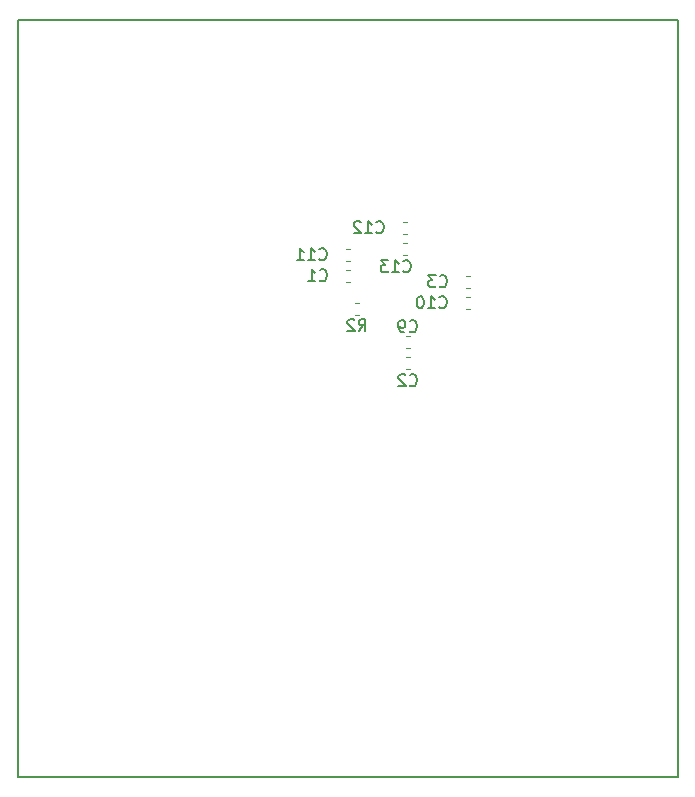
<source format=gbr>
%TF.GenerationSoftware,KiCad,Pcbnew,(5.0.2)-1*%
%TF.CreationDate,2019-02-18T18:23:53-07:00*%
%TF.ProjectId,ParkingSystem,5061726b-696e-4675-9379-7374656d2e6b,v01*%
%TF.SameCoordinates,Original*%
%TF.FileFunction,Legend,Bot*%
%TF.FilePolarity,Positive*%
%FSLAX46Y46*%
G04 Gerber Fmt 4.6, Leading zero omitted, Abs format (unit mm)*
G04 Created by KiCad (PCBNEW (5.0.2)-1) date 2019-02-18 6:23:53 PM*
%MOMM*%
%LPD*%
G01*
G04 APERTURE LIST*
%ADD10C,0.200000*%
%ADD11C,0.120000*%
%ADD12C,0.150000*%
G04 APERTURE END LIST*
D10*
X124460000Y-99060000D02*
X68580000Y-99060000D01*
X124460000Y-35000000D02*
X124460000Y-99060000D01*
X68580000Y-35000000D02*
X124460000Y-35000000D01*
X68580000Y-99060000D02*
X68580000Y-35000000D01*
D11*
X96691267Y-57152000D02*
X96348733Y-57152000D01*
X96691267Y-56132000D02*
X96348733Y-56132000D01*
X101771267Y-64518000D02*
X101428733Y-64518000D01*
X101771267Y-63498000D02*
X101428733Y-63498000D01*
X106851267Y-57660000D02*
X106508733Y-57660000D01*
X106851267Y-56640000D02*
X106508733Y-56640000D01*
X101771267Y-62740000D02*
X101428733Y-62740000D01*
X101771267Y-61720000D02*
X101428733Y-61720000D01*
X106851267Y-59438000D02*
X106508733Y-59438000D01*
X106851267Y-58418000D02*
X106508733Y-58418000D01*
X96691267Y-55374000D02*
X96348733Y-55374000D01*
X96691267Y-54354000D02*
X96348733Y-54354000D01*
X101517267Y-53088000D02*
X101174733Y-53088000D01*
X101517267Y-52068000D02*
X101174733Y-52068000D01*
X101517267Y-54866000D02*
X101174733Y-54866000D01*
X101517267Y-53846000D02*
X101174733Y-53846000D01*
X97110733Y-58926000D02*
X97453267Y-58926000D01*
X97110733Y-59946000D02*
X97453267Y-59946000D01*
D12*
X94146666Y-56999142D02*
X94194285Y-57046761D01*
X94337142Y-57094380D01*
X94432380Y-57094380D01*
X94575238Y-57046761D01*
X94670476Y-56951523D01*
X94718095Y-56856285D01*
X94765714Y-56665809D01*
X94765714Y-56522952D01*
X94718095Y-56332476D01*
X94670476Y-56237238D01*
X94575238Y-56142000D01*
X94432380Y-56094380D01*
X94337142Y-56094380D01*
X94194285Y-56142000D01*
X94146666Y-56189619D01*
X93194285Y-57094380D02*
X93765714Y-57094380D01*
X93480000Y-57094380D02*
X93480000Y-56094380D01*
X93575238Y-56237238D01*
X93670476Y-56332476D01*
X93765714Y-56380095D01*
X101766666Y-65889142D02*
X101814285Y-65936761D01*
X101957142Y-65984380D01*
X102052380Y-65984380D01*
X102195238Y-65936761D01*
X102290476Y-65841523D01*
X102338095Y-65746285D01*
X102385714Y-65555809D01*
X102385714Y-65412952D01*
X102338095Y-65222476D01*
X102290476Y-65127238D01*
X102195238Y-65032000D01*
X102052380Y-64984380D01*
X101957142Y-64984380D01*
X101814285Y-65032000D01*
X101766666Y-65079619D01*
X101385714Y-65079619D02*
X101338095Y-65032000D01*
X101242857Y-64984380D01*
X101004761Y-64984380D01*
X100909523Y-65032000D01*
X100861904Y-65079619D01*
X100814285Y-65174857D01*
X100814285Y-65270095D01*
X100861904Y-65412952D01*
X101433333Y-65984380D01*
X100814285Y-65984380D01*
X104306666Y-57507142D02*
X104354285Y-57554761D01*
X104497142Y-57602380D01*
X104592380Y-57602380D01*
X104735238Y-57554761D01*
X104830476Y-57459523D01*
X104878095Y-57364285D01*
X104925714Y-57173809D01*
X104925714Y-57030952D01*
X104878095Y-56840476D01*
X104830476Y-56745238D01*
X104735238Y-56650000D01*
X104592380Y-56602380D01*
X104497142Y-56602380D01*
X104354285Y-56650000D01*
X104306666Y-56697619D01*
X103973333Y-56602380D02*
X103354285Y-56602380D01*
X103687619Y-56983333D01*
X103544761Y-56983333D01*
X103449523Y-57030952D01*
X103401904Y-57078571D01*
X103354285Y-57173809D01*
X103354285Y-57411904D01*
X103401904Y-57507142D01*
X103449523Y-57554761D01*
X103544761Y-57602380D01*
X103830476Y-57602380D01*
X103925714Y-57554761D01*
X103973333Y-57507142D01*
X101766666Y-61317142D02*
X101814285Y-61364761D01*
X101957142Y-61412380D01*
X102052380Y-61412380D01*
X102195238Y-61364761D01*
X102290476Y-61269523D01*
X102338095Y-61174285D01*
X102385714Y-60983809D01*
X102385714Y-60840952D01*
X102338095Y-60650476D01*
X102290476Y-60555238D01*
X102195238Y-60460000D01*
X102052380Y-60412380D01*
X101957142Y-60412380D01*
X101814285Y-60460000D01*
X101766666Y-60507619D01*
X101290476Y-61412380D02*
X101100000Y-61412380D01*
X101004761Y-61364761D01*
X100957142Y-61317142D01*
X100861904Y-61174285D01*
X100814285Y-60983809D01*
X100814285Y-60602857D01*
X100861904Y-60507619D01*
X100909523Y-60460000D01*
X101004761Y-60412380D01*
X101195238Y-60412380D01*
X101290476Y-60460000D01*
X101338095Y-60507619D01*
X101385714Y-60602857D01*
X101385714Y-60840952D01*
X101338095Y-60936190D01*
X101290476Y-60983809D01*
X101195238Y-61031428D01*
X101004761Y-61031428D01*
X100909523Y-60983809D01*
X100861904Y-60936190D01*
X100814285Y-60840952D01*
X104274857Y-59285142D02*
X104322476Y-59332761D01*
X104465333Y-59380380D01*
X104560571Y-59380380D01*
X104703428Y-59332761D01*
X104798666Y-59237523D01*
X104846285Y-59142285D01*
X104893904Y-58951809D01*
X104893904Y-58808952D01*
X104846285Y-58618476D01*
X104798666Y-58523238D01*
X104703428Y-58428000D01*
X104560571Y-58380380D01*
X104465333Y-58380380D01*
X104322476Y-58428000D01*
X104274857Y-58475619D01*
X103322476Y-59380380D02*
X103893904Y-59380380D01*
X103608190Y-59380380D02*
X103608190Y-58380380D01*
X103703428Y-58523238D01*
X103798666Y-58618476D01*
X103893904Y-58666095D01*
X102703428Y-58380380D02*
X102608190Y-58380380D01*
X102512952Y-58428000D01*
X102465333Y-58475619D01*
X102417714Y-58570857D01*
X102370095Y-58761333D01*
X102370095Y-58999428D01*
X102417714Y-59189904D01*
X102465333Y-59285142D01*
X102512952Y-59332761D01*
X102608190Y-59380380D01*
X102703428Y-59380380D01*
X102798666Y-59332761D01*
X102846285Y-59285142D01*
X102893904Y-59189904D01*
X102941523Y-58999428D01*
X102941523Y-58761333D01*
X102893904Y-58570857D01*
X102846285Y-58475619D01*
X102798666Y-58428000D01*
X102703428Y-58380380D01*
X94114857Y-55221142D02*
X94162476Y-55268761D01*
X94305333Y-55316380D01*
X94400571Y-55316380D01*
X94543428Y-55268761D01*
X94638666Y-55173523D01*
X94686285Y-55078285D01*
X94733904Y-54887809D01*
X94733904Y-54744952D01*
X94686285Y-54554476D01*
X94638666Y-54459238D01*
X94543428Y-54364000D01*
X94400571Y-54316380D01*
X94305333Y-54316380D01*
X94162476Y-54364000D01*
X94114857Y-54411619D01*
X93162476Y-55316380D02*
X93733904Y-55316380D01*
X93448190Y-55316380D02*
X93448190Y-54316380D01*
X93543428Y-54459238D01*
X93638666Y-54554476D01*
X93733904Y-54602095D01*
X92210095Y-55316380D02*
X92781523Y-55316380D01*
X92495809Y-55316380D02*
X92495809Y-54316380D01*
X92591047Y-54459238D01*
X92686285Y-54554476D01*
X92781523Y-54602095D01*
X98940857Y-52935142D02*
X98988476Y-52982761D01*
X99131333Y-53030380D01*
X99226571Y-53030380D01*
X99369428Y-52982761D01*
X99464666Y-52887523D01*
X99512285Y-52792285D01*
X99559904Y-52601809D01*
X99559904Y-52458952D01*
X99512285Y-52268476D01*
X99464666Y-52173238D01*
X99369428Y-52078000D01*
X99226571Y-52030380D01*
X99131333Y-52030380D01*
X98988476Y-52078000D01*
X98940857Y-52125619D01*
X97988476Y-53030380D02*
X98559904Y-53030380D01*
X98274190Y-53030380D02*
X98274190Y-52030380D01*
X98369428Y-52173238D01*
X98464666Y-52268476D01*
X98559904Y-52316095D01*
X97607523Y-52125619D02*
X97559904Y-52078000D01*
X97464666Y-52030380D01*
X97226571Y-52030380D01*
X97131333Y-52078000D01*
X97083714Y-52125619D01*
X97036095Y-52220857D01*
X97036095Y-52316095D01*
X97083714Y-52458952D01*
X97655142Y-53030380D01*
X97036095Y-53030380D01*
X101226857Y-56237142D02*
X101274476Y-56284761D01*
X101417333Y-56332380D01*
X101512571Y-56332380D01*
X101655428Y-56284761D01*
X101750666Y-56189523D01*
X101798285Y-56094285D01*
X101845904Y-55903809D01*
X101845904Y-55760952D01*
X101798285Y-55570476D01*
X101750666Y-55475238D01*
X101655428Y-55380000D01*
X101512571Y-55332380D01*
X101417333Y-55332380D01*
X101274476Y-55380000D01*
X101226857Y-55427619D01*
X100274476Y-56332380D02*
X100845904Y-56332380D01*
X100560190Y-56332380D02*
X100560190Y-55332380D01*
X100655428Y-55475238D01*
X100750666Y-55570476D01*
X100845904Y-55618095D01*
X99941142Y-55332380D02*
X99322095Y-55332380D01*
X99655428Y-55713333D01*
X99512571Y-55713333D01*
X99417333Y-55760952D01*
X99369714Y-55808571D01*
X99322095Y-55903809D01*
X99322095Y-56141904D01*
X99369714Y-56237142D01*
X99417333Y-56284761D01*
X99512571Y-56332380D01*
X99798285Y-56332380D01*
X99893523Y-56284761D01*
X99941142Y-56237142D01*
X97448666Y-61318380D02*
X97782000Y-60842190D01*
X98020095Y-61318380D02*
X98020095Y-60318380D01*
X97639142Y-60318380D01*
X97543904Y-60366000D01*
X97496285Y-60413619D01*
X97448666Y-60508857D01*
X97448666Y-60651714D01*
X97496285Y-60746952D01*
X97543904Y-60794571D01*
X97639142Y-60842190D01*
X98020095Y-60842190D01*
X97067714Y-60413619D02*
X97020095Y-60366000D01*
X96924857Y-60318380D01*
X96686761Y-60318380D01*
X96591523Y-60366000D01*
X96543904Y-60413619D01*
X96496285Y-60508857D01*
X96496285Y-60604095D01*
X96543904Y-60746952D01*
X97115333Y-61318380D01*
X96496285Y-61318380D01*
M02*

</source>
